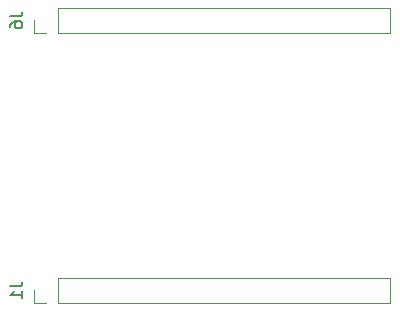
<source format=gbr>
%TF.GenerationSoftware,KiCad,Pcbnew,8.0.4*%
%TF.CreationDate,2024-12-14T18:04:41+05:30*%
%TF.ProjectId,snakeGameConsole,736e616b-6547-4616-9d65-436f6e736f6c,rev?*%
%TF.SameCoordinates,Original*%
%TF.FileFunction,Legend,Bot*%
%TF.FilePolarity,Positive*%
%FSLAX46Y46*%
G04 Gerber Fmt 4.6, Leading zero omitted, Abs format (unit mm)*
G04 Created by KiCad (PCBNEW 8.0.4) date 2024-12-14 18:04:41*
%MOMM*%
%LPD*%
G01*
G04 APERTURE LIST*
%ADD10C,0.150000*%
%ADD11C,0.120000*%
G04 APERTURE END LIST*
D10*
X125524819Y-89666666D02*
X126239104Y-89666666D01*
X126239104Y-89666666D02*
X126381961Y-89619047D01*
X126381961Y-89619047D02*
X126477200Y-89523809D01*
X126477200Y-89523809D02*
X126524819Y-89380952D01*
X126524819Y-89380952D02*
X126524819Y-89285714D01*
X125524819Y-90571428D02*
X125524819Y-90380952D01*
X125524819Y-90380952D02*
X125572438Y-90285714D01*
X125572438Y-90285714D02*
X125620057Y-90238095D01*
X125620057Y-90238095D02*
X125762914Y-90142857D01*
X125762914Y-90142857D02*
X125953390Y-90095238D01*
X125953390Y-90095238D02*
X126334342Y-90095238D01*
X126334342Y-90095238D02*
X126429580Y-90142857D01*
X126429580Y-90142857D02*
X126477200Y-90190476D01*
X126477200Y-90190476D02*
X126524819Y-90285714D01*
X126524819Y-90285714D02*
X126524819Y-90476190D01*
X126524819Y-90476190D02*
X126477200Y-90571428D01*
X126477200Y-90571428D02*
X126429580Y-90619047D01*
X126429580Y-90619047D02*
X126334342Y-90666666D01*
X126334342Y-90666666D02*
X126096247Y-90666666D01*
X126096247Y-90666666D02*
X126001009Y-90619047D01*
X126001009Y-90619047D02*
X125953390Y-90571428D01*
X125953390Y-90571428D02*
X125905771Y-90476190D01*
X125905771Y-90476190D02*
X125905771Y-90285714D01*
X125905771Y-90285714D02*
X125953390Y-90190476D01*
X125953390Y-90190476D02*
X126001009Y-90142857D01*
X126001009Y-90142857D02*
X126096247Y-90095238D01*
X125524819Y-112526666D02*
X126239104Y-112526666D01*
X126239104Y-112526666D02*
X126381961Y-112479047D01*
X126381961Y-112479047D02*
X126477200Y-112383809D01*
X126477200Y-112383809D02*
X126524819Y-112240952D01*
X126524819Y-112240952D02*
X126524819Y-112145714D01*
X126524819Y-113526666D02*
X126524819Y-112955238D01*
X126524819Y-113240952D02*
X125524819Y-113240952D01*
X125524819Y-113240952D02*
X125667676Y-113145714D01*
X125667676Y-113145714D02*
X125762914Y-113050476D01*
X125762914Y-113050476D02*
X125810533Y-112955238D01*
D11*
%TO.C,J6*%
X127510000Y-91060000D02*
X127510000Y-90000000D01*
X128570000Y-91060000D02*
X127510000Y-91060000D01*
X129570000Y-91060000D02*
X129570000Y-88940000D01*
X157630000Y-88940000D02*
X129570000Y-88940000D01*
X157630000Y-91060000D02*
X129570000Y-91060000D01*
X157630000Y-91060000D02*
X157630000Y-88940000D01*
%TO.C,J1*%
X127510000Y-113920000D02*
X127510000Y-112860000D01*
X128570000Y-113920000D02*
X127510000Y-113920000D01*
X129570000Y-113920000D02*
X129570000Y-111800000D01*
X157630000Y-111800000D02*
X129570000Y-111800000D01*
X157630000Y-113920000D02*
X129570000Y-113920000D01*
X157630000Y-113920000D02*
X157630000Y-111800000D01*
%TD*%
M02*

</source>
